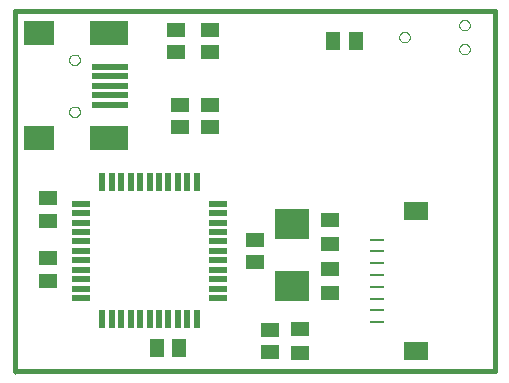
<source format=gtp>
G75*
%MOIN*%
%OFA0B0*%
%FSLAX25Y25*%
%IPPOS*%
%LPD*%
%AMOC8*
5,1,8,0,0,1.08239X$1,22.5*
%
%ADD10C,0.00000*%
%ADD11C,0.01600*%
%ADD12R,0.06299X0.05118*%
%ADD13R,0.05118X0.06299*%
%ADD14R,0.01969X0.05906*%
%ADD15R,0.05906X0.01969*%
%ADD16R,0.11811X0.09843*%
%ADD17R,0.09843X0.07874*%
%ADD18R,0.12992X0.07874*%
%ADD19R,0.12205X0.01969*%
%ADD20R,0.05906X0.05118*%
%ADD21R,0.05118X0.05906*%
%ADD22R,0.04921X0.00984*%
%ADD23R,0.08071X0.06496*%
D10*
X0004500Y0001000D02*
X0004500Y0002000D01*
X0022728Y0088339D02*
X0022730Y0088423D01*
X0022736Y0088506D01*
X0022746Y0088589D01*
X0022760Y0088672D01*
X0022777Y0088754D01*
X0022799Y0088835D01*
X0022824Y0088914D01*
X0022853Y0088993D01*
X0022886Y0089070D01*
X0022922Y0089145D01*
X0022962Y0089219D01*
X0023005Y0089291D01*
X0023052Y0089360D01*
X0023102Y0089427D01*
X0023155Y0089492D01*
X0023211Y0089554D01*
X0023269Y0089614D01*
X0023331Y0089671D01*
X0023395Y0089724D01*
X0023462Y0089775D01*
X0023531Y0089822D01*
X0023602Y0089867D01*
X0023675Y0089907D01*
X0023750Y0089944D01*
X0023827Y0089978D01*
X0023905Y0090008D01*
X0023984Y0090034D01*
X0024065Y0090057D01*
X0024147Y0090075D01*
X0024229Y0090090D01*
X0024312Y0090101D01*
X0024395Y0090108D01*
X0024479Y0090111D01*
X0024563Y0090110D01*
X0024646Y0090105D01*
X0024730Y0090096D01*
X0024812Y0090083D01*
X0024894Y0090067D01*
X0024975Y0090046D01*
X0025056Y0090022D01*
X0025134Y0089994D01*
X0025212Y0089962D01*
X0025288Y0089926D01*
X0025362Y0089887D01*
X0025434Y0089845D01*
X0025504Y0089799D01*
X0025572Y0089750D01*
X0025637Y0089698D01*
X0025700Y0089643D01*
X0025760Y0089585D01*
X0025818Y0089524D01*
X0025872Y0089460D01*
X0025924Y0089394D01*
X0025972Y0089326D01*
X0026017Y0089255D01*
X0026058Y0089182D01*
X0026097Y0089108D01*
X0026131Y0089032D01*
X0026162Y0088954D01*
X0026189Y0088875D01*
X0026213Y0088794D01*
X0026232Y0088713D01*
X0026248Y0088631D01*
X0026260Y0088548D01*
X0026268Y0088464D01*
X0026272Y0088381D01*
X0026272Y0088297D01*
X0026268Y0088214D01*
X0026260Y0088130D01*
X0026248Y0088047D01*
X0026232Y0087965D01*
X0026213Y0087884D01*
X0026189Y0087803D01*
X0026162Y0087724D01*
X0026131Y0087646D01*
X0026097Y0087570D01*
X0026058Y0087496D01*
X0026017Y0087423D01*
X0025972Y0087352D01*
X0025924Y0087284D01*
X0025872Y0087218D01*
X0025818Y0087154D01*
X0025760Y0087093D01*
X0025700Y0087035D01*
X0025637Y0086980D01*
X0025572Y0086928D01*
X0025504Y0086879D01*
X0025434Y0086833D01*
X0025362Y0086791D01*
X0025288Y0086752D01*
X0025212Y0086716D01*
X0025134Y0086684D01*
X0025056Y0086656D01*
X0024975Y0086632D01*
X0024894Y0086611D01*
X0024812Y0086595D01*
X0024730Y0086582D01*
X0024646Y0086573D01*
X0024563Y0086568D01*
X0024479Y0086567D01*
X0024395Y0086570D01*
X0024312Y0086577D01*
X0024229Y0086588D01*
X0024147Y0086603D01*
X0024065Y0086621D01*
X0023984Y0086644D01*
X0023905Y0086670D01*
X0023827Y0086700D01*
X0023750Y0086734D01*
X0023675Y0086771D01*
X0023602Y0086811D01*
X0023531Y0086856D01*
X0023462Y0086903D01*
X0023395Y0086954D01*
X0023331Y0087007D01*
X0023269Y0087064D01*
X0023211Y0087124D01*
X0023155Y0087186D01*
X0023102Y0087251D01*
X0023052Y0087318D01*
X0023005Y0087387D01*
X0022962Y0087459D01*
X0022922Y0087533D01*
X0022886Y0087608D01*
X0022853Y0087685D01*
X0022824Y0087764D01*
X0022799Y0087843D01*
X0022777Y0087924D01*
X0022760Y0088006D01*
X0022746Y0088089D01*
X0022736Y0088172D01*
X0022730Y0088255D01*
X0022728Y0088339D01*
X0022728Y0105661D02*
X0022730Y0105745D01*
X0022736Y0105828D01*
X0022746Y0105911D01*
X0022760Y0105994D01*
X0022777Y0106076D01*
X0022799Y0106157D01*
X0022824Y0106236D01*
X0022853Y0106315D01*
X0022886Y0106392D01*
X0022922Y0106467D01*
X0022962Y0106541D01*
X0023005Y0106613D01*
X0023052Y0106682D01*
X0023102Y0106749D01*
X0023155Y0106814D01*
X0023211Y0106876D01*
X0023269Y0106936D01*
X0023331Y0106993D01*
X0023395Y0107046D01*
X0023462Y0107097D01*
X0023531Y0107144D01*
X0023602Y0107189D01*
X0023675Y0107229D01*
X0023750Y0107266D01*
X0023827Y0107300D01*
X0023905Y0107330D01*
X0023984Y0107356D01*
X0024065Y0107379D01*
X0024147Y0107397D01*
X0024229Y0107412D01*
X0024312Y0107423D01*
X0024395Y0107430D01*
X0024479Y0107433D01*
X0024563Y0107432D01*
X0024646Y0107427D01*
X0024730Y0107418D01*
X0024812Y0107405D01*
X0024894Y0107389D01*
X0024975Y0107368D01*
X0025056Y0107344D01*
X0025134Y0107316D01*
X0025212Y0107284D01*
X0025288Y0107248D01*
X0025362Y0107209D01*
X0025434Y0107167D01*
X0025504Y0107121D01*
X0025572Y0107072D01*
X0025637Y0107020D01*
X0025700Y0106965D01*
X0025760Y0106907D01*
X0025818Y0106846D01*
X0025872Y0106782D01*
X0025924Y0106716D01*
X0025972Y0106648D01*
X0026017Y0106577D01*
X0026058Y0106504D01*
X0026097Y0106430D01*
X0026131Y0106354D01*
X0026162Y0106276D01*
X0026189Y0106197D01*
X0026213Y0106116D01*
X0026232Y0106035D01*
X0026248Y0105953D01*
X0026260Y0105870D01*
X0026268Y0105786D01*
X0026272Y0105703D01*
X0026272Y0105619D01*
X0026268Y0105536D01*
X0026260Y0105452D01*
X0026248Y0105369D01*
X0026232Y0105287D01*
X0026213Y0105206D01*
X0026189Y0105125D01*
X0026162Y0105046D01*
X0026131Y0104968D01*
X0026097Y0104892D01*
X0026058Y0104818D01*
X0026017Y0104745D01*
X0025972Y0104674D01*
X0025924Y0104606D01*
X0025872Y0104540D01*
X0025818Y0104476D01*
X0025760Y0104415D01*
X0025700Y0104357D01*
X0025637Y0104302D01*
X0025572Y0104250D01*
X0025504Y0104201D01*
X0025434Y0104155D01*
X0025362Y0104113D01*
X0025288Y0104074D01*
X0025212Y0104038D01*
X0025134Y0104006D01*
X0025056Y0103978D01*
X0024975Y0103954D01*
X0024894Y0103933D01*
X0024812Y0103917D01*
X0024730Y0103904D01*
X0024646Y0103895D01*
X0024563Y0103890D01*
X0024479Y0103889D01*
X0024395Y0103892D01*
X0024312Y0103899D01*
X0024229Y0103910D01*
X0024147Y0103925D01*
X0024065Y0103943D01*
X0023984Y0103966D01*
X0023905Y0103992D01*
X0023827Y0104022D01*
X0023750Y0104056D01*
X0023675Y0104093D01*
X0023602Y0104133D01*
X0023531Y0104178D01*
X0023462Y0104225D01*
X0023395Y0104276D01*
X0023331Y0104329D01*
X0023269Y0104386D01*
X0023211Y0104446D01*
X0023155Y0104508D01*
X0023102Y0104573D01*
X0023052Y0104640D01*
X0023005Y0104709D01*
X0022962Y0104781D01*
X0022922Y0104855D01*
X0022886Y0104930D01*
X0022853Y0105007D01*
X0022824Y0105086D01*
X0022799Y0105165D01*
X0022777Y0105246D01*
X0022760Y0105328D01*
X0022746Y0105411D01*
X0022736Y0105494D01*
X0022730Y0105577D01*
X0022728Y0105661D01*
X0132750Y0113250D02*
X0132752Y0113333D01*
X0132758Y0113416D01*
X0132768Y0113499D01*
X0132782Y0113581D01*
X0132799Y0113663D01*
X0132821Y0113743D01*
X0132846Y0113822D01*
X0132875Y0113900D01*
X0132908Y0113977D01*
X0132945Y0114052D01*
X0132984Y0114125D01*
X0133028Y0114196D01*
X0133074Y0114265D01*
X0133124Y0114332D01*
X0133177Y0114396D01*
X0133233Y0114458D01*
X0133292Y0114517D01*
X0133354Y0114573D01*
X0133418Y0114626D01*
X0133485Y0114676D01*
X0133554Y0114722D01*
X0133625Y0114766D01*
X0133698Y0114805D01*
X0133773Y0114842D01*
X0133850Y0114875D01*
X0133928Y0114904D01*
X0134007Y0114929D01*
X0134087Y0114951D01*
X0134169Y0114968D01*
X0134251Y0114982D01*
X0134334Y0114992D01*
X0134417Y0114998D01*
X0134500Y0115000D01*
X0134583Y0114998D01*
X0134666Y0114992D01*
X0134749Y0114982D01*
X0134831Y0114968D01*
X0134913Y0114951D01*
X0134993Y0114929D01*
X0135072Y0114904D01*
X0135150Y0114875D01*
X0135227Y0114842D01*
X0135302Y0114805D01*
X0135375Y0114766D01*
X0135446Y0114722D01*
X0135515Y0114676D01*
X0135582Y0114626D01*
X0135646Y0114573D01*
X0135708Y0114517D01*
X0135767Y0114458D01*
X0135823Y0114396D01*
X0135876Y0114332D01*
X0135926Y0114265D01*
X0135972Y0114196D01*
X0136016Y0114125D01*
X0136055Y0114052D01*
X0136092Y0113977D01*
X0136125Y0113900D01*
X0136154Y0113822D01*
X0136179Y0113743D01*
X0136201Y0113663D01*
X0136218Y0113581D01*
X0136232Y0113499D01*
X0136242Y0113416D01*
X0136248Y0113333D01*
X0136250Y0113250D01*
X0136248Y0113167D01*
X0136242Y0113084D01*
X0136232Y0113001D01*
X0136218Y0112919D01*
X0136201Y0112837D01*
X0136179Y0112757D01*
X0136154Y0112678D01*
X0136125Y0112600D01*
X0136092Y0112523D01*
X0136055Y0112448D01*
X0136016Y0112375D01*
X0135972Y0112304D01*
X0135926Y0112235D01*
X0135876Y0112168D01*
X0135823Y0112104D01*
X0135767Y0112042D01*
X0135708Y0111983D01*
X0135646Y0111927D01*
X0135582Y0111874D01*
X0135515Y0111824D01*
X0135446Y0111778D01*
X0135375Y0111734D01*
X0135302Y0111695D01*
X0135227Y0111658D01*
X0135150Y0111625D01*
X0135072Y0111596D01*
X0134993Y0111571D01*
X0134913Y0111549D01*
X0134831Y0111532D01*
X0134749Y0111518D01*
X0134666Y0111508D01*
X0134583Y0111502D01*
X0134500Y0111500D01*
X0134417Y0111502D01*
X0134334Y0111508D01*
X0134251Y0111518D01*
X0134169Y0111532D01*
X0134087Y0111549D01*
X0134007Y0111571D01*
X0133928Y0111596D01*
X0133850Y0111625D01*
X0133773Y0111658D01*
X0133698Y0111695D01*
X0133625Y0111734D01*
X0133554Y0111778D01*
X0133485Y0111824D01*
X0133418Y0111874D01*
X0133354Y0111927D01*
X0133292Y0111983D01*
X0133233Y0112042D01*
X0133177Y0112104D01*
X0133124Y0112168D01*
X0133074Y0112235D01*
X0133028Y0112304D01*
X0132984Y0112375D01*
X0132945Y0112448D01*
X0132908Y0112523D01*
X0132875Y0112600D01*
X0132846Y0112678D01*
X0132821Y0112757D01*
X0132799Y0112837D01*
X0132782Y0112919D01*
X0132768Y0113001D01*
X0132758Y0113084D01*
X0132752Y0113167D01*
X0132750Y0113250D01*
X0152750Y0109250D02*
X0152752Y0109333D01*
X0152758Y0109416D01*
X0152768Y0109499D01*
X0152782Y0109581D01*
X0152799Y0109663D01*
X0152821Y0109743D01*
X0152846Y0109822D01*
X0152875Y0109900D01*
X0152908Y0109977D01*
X0152945Y0110052D01*
X0152984Y0110125D01*
X0153028Y0110196D01*
X0153074Y0110265D01*
X0153124Y0110332D01*
X0153177Y0110396D01*
X0153233Y0110458D01*
X0153292Y0110517D01*
X0153354Y0110573D01*
X0153418Y0110626D01*
X0153485Y0110676D01*
X0153554Y0110722D01*
X0153625Y0110766D01*
X0153698Y0110805D01*
X0153773Y0110842D01*
X0153850Y0110875D01*
X0153928Y0110904D01*
X0154007Y0110929D01*
X0154087Y0110951D01*
X0154169Y0110968D01*
X0154251Y0110982D01*
X0154334Y0110992D01*
X0154417Y0110998D01*
X0154500Y0111000D01*
X0154583Y0110998D01*
X0154666Y0110992D01*
X0154749Y0110982D01*
X0154831Y0110968D01*
X0154913Y0110951D01*
X0154993Y0110929D01*
X0155072Y0110904D01*
X0155150Y0110875D01*
X0155227Y0110842D01*
X0155302Y0110805D01*
X0155375Y0110766D01*
X0155446Y0110722D01*
X0155515Y0110676D01*
X0155582Y0110626D01*
X0155646Y0110573D01*
X0155708Y0110517D01*
X0155767Y0110458D01*
X0155823Y0110396D01*
X0155876Y0110332D01*
X0155926Y0110265D01*
X0155972Y0110196D01*
X0156016Y0110125D01*
X0156055Y0110052D01*
X0156092Y0109977D01*
X0156125Y0109900D01*
X0156154Y0109822D01*
X0156179Y0109743D01*
X0156201Y0109663D01*
X0156218Y0109581D01*
X0156232Y0109499D01*
X0156242Y0109416D01*
X0156248Y0109333D01*
X0156250Y0109250D01*
X0156248Y0109167D01*
X0156242Y0109084D01*
X0156232Y0109001D01*
X0156218Y0108919D01*
X0156201Y0108837D01*
X0156179Y0108757D01*
X0156154Y0108678D01*
X0156125Y0108600D01*
X0156092Y0108523D01*
X0156055Y0108448D01*
X0156016Y0108375D01*
X0155972Y0108304D01*
X0155926Y0108235D01*
X0155876Y0108168D01*
X0155823Y0108104D01*
X0155767Y0108042D01*
X0155708Y0107983D01*
X0155646Y0107927D01*
X0155582Y0107874D01*
X0155515Y0107824D01*
X0155446Y0107778D01*
X0155375Y0107734D01*
X0155302Y0107695D01*
X0155227Y0107658D01*
X0155150Y0107625D01*
X0155072Y0107596D01*
X0154993Y0107571D01*
X0154913Y0107549D01*
X0154831Y0107532D01*
X0154749Y0107518D01*
X0154666Y0107508D01*
X0154583Y0107502D01*
X0154500Y0107500D01*
X0154417Y0107502D01*
X0154334Y0107508D01*
X0154251Y0107518D01*
X0154169Y0107532D01*
X0154087Y0107549D01*
X0154007Y0107571D01*
X0153928Y0107596D01*
X0153850Y0107625D01*
X0153773Y0107658D01*
X0153698Y0107695D01*
X0153625Y0107734D01*
X0153554Y0107778D01*
X0153485Y0107824D01*
X0153418Y0107874D01*
X0153354Y0107927D01*
X0153292Y0107983D01*
X0153233Y0108042D01*
X0153177Y0108104D01*
X0153124Y0108168D01*
X0153074Y0108235D01*
X0153028Y0108304D01*
X0152984Y0108375D01*
X0152945Y0108448D01*
X0152908Y0108523D01*
X0152875Y0108600D01*
X0152846Y0108678D01*
X0152821Y0108757D01*
X0152799Y0108837D01*
X0152782Y0108919D01*
X0152768Y0109001D01*
X0152758Y0109084D01*
X0152752Y0109167D01*
X0152750Y0109250D01*
X0152750Y0117250D02*
X0152752Y0117333D01*
X0152758Y0117416D01*
X0152768Y0117499D01*
X0152782Y0117581D01*
X0152799Y0117663D01*
X0152821Y0117743D01*
X0152846Y0117822D01*
X0152875Y0117900D01*
X0152908Y0117977D01*
X0152945Y0118052D01*
X0152984Y0118125D01*
X0153028Y0118196D01*
X0153074Y0118265D01*
X0153124Y0118332D01*
X0153177Y0118396D01*
X0153233Y0118458D01*
X0153292Y0118517D01*
X0153354Y0118573D01*
X0153418Y0118626D01*
X0153485Y0118676D01*
X0153554Y0118722D01*
X0153625Y0118766D01*
X0153698Y0118805D01*
X0153773Y0118842D01*
X0153850Y0118875D01*
X0153928Y0118904D01*
X0154007Y0118929D01*
X0154087Y0118951D01*
X0154169Y0118968D01*
X0154251Y0118982D01*
X0154334Y0118992D01*
X0154417Y0118998D01*
X0154500Y0119000D01*
X0154583Y0118998D01*
X0154666Y0118992D01*
X0154749Y0118982D01*
X0154831Y0118968D01*
X0154913Y0118951D01*
X0154993Y0118929D01*
X0155072Y0118904D01*
X0155150Y0118875D01*
X0155227Y0118842D01*
X0155302Y0118805D01*
X0155375Y0118766D01*
X0155446Y0118722D01*
X0155515Y0118676D01*
X0155582Y0118626D01*
X0155646Y0118573D01*
X0155708Y0118517D01*
X0155767Y0118458D01*
X0155823Y0118396D01*
X0155876Y0118332D01*
X0155926Y0118265D01*
X0155972Y0118196D01*
X0156016Y0118125D01*
X0156055Y0118052D01*
X0156092Y0117977D01*
X0156125Y0117900D01*
X0156154Y0117822D01*
X0156179Y0117743D01*
X0156201Y0117663D01*
X0156218Y0117581D01*
X0156232Y0117499D01*
X0156242Y0117416D01*
X0156248Y0117333D01*
X0156250Y0117250D01*
X0156248Y0117167D01*
X0156242Y0117084D01*
X0156232Y0117001D01*
X0156218Y0116919D01*
X0156201Y0116837D01*
X0156179Y0116757D01*
X0156154Y0116678D01*
X0156125Y0116600D01*
X0156092Y0116523D01*
X0156055Y0116448D01*
X0156016Y0116375D01*
X0155972Y0116304D01*
X0155926Y0116235D01*
X0155876Y0116168D01*
X0155823Y0116104D01*
X0155767Y0116042D01*
X0155708Y0115983D01*
X0155646Y0115927D01*
X0155582Y0115874D01*
X0155515Y0115824D01*
X0155446Y0115778D01*
X0155375Y0115734D01*
X0155302Y0115695D01*
X0155227Y0115658D01*
X0155150Y0115625D01*
X0155072Y0115596D01*
X0154993Y0115571D01*
X0154913Y0115549D01*
X0154831Y0115532D01*
X0154749Y0115518D01*
X0154666Y0115508D01*
X0154583Y0115502D01*
X0154500Y0115500D01*
X0154417Y0115502D01*
X0154334Y0115508D01*
X0154251Y0115518D01*
X0154169Y0115532D01*
X0154087Y0115549D01*
X0154007Y0115571D01*
X0153928Y0115596D01*
X0153850Y0115625D01*
X0153773Y0115658D01*
X0153698Y0115695D01*
X0153625Y0115734D01*
X0153554Y0115778D01*
X0153485Y0115824D01*
X0153418Y0115874D01*
X0153354Y0115927D01*
X0153292Y0115983D01*
X0153233Y0116042D01*
X0153177Y0116104D01*
X0153124Y0116168D01*
X0153074Y0116235D01*
X0153028Y0116304D01*
X0152984Y0116375D01*
X0152945Y0116448D01*
X0152908Y0116523D01*
X0152875Y0116600D01*
X0152846Y0116678D01*
X0152821Y0116757D01*
X0152799Y0116837D01*
X0152782Y0116919D01*
X0152768Y0117001D01*
X0152758Y0117084D01*
X0152752Y0117167D01*
X0152750Y0117250D01*
D11*
X0164500Y0122000D02*
X0164500Y0002000D01*
X0004500Y0002000D01*
X0004500Y0122000D01*
X0164500Y0122000D01*
D12*
X0069500Y0115740D03*
X0069500Y0108260D03*
X0069500Y0090740D03*
X0059500Y0090740D03*
X0059500Y0083260D03*
X0069500Y0083260D03*
X0109500Y0052187D03*
X0109500Y0044313D03*
X0109500Y0035937D03*
X0109500Y0028063D03*
X0099500Y0015937D03*
X0089500Y0015740D03*
X0089500Y0008260D03*
X0099500Y0008063D03*
X0084500Y0038260D03*
X0084500Y0045740D03*
X0015750Y0039687D03*
X0015750Y0031813D03*
X0015750Y0052010D03*
X0015750Y0059490D03*
D13*
X0052010Y0009500D03*
X0059490Y0009500D03*
D14*
X0058949Y0019165D03*
X0062098Y0019165D03*
X0065248Y0019165D03*
X0055799Y0019165D03*
X0052650Y0019165D03*
X0049500Y0019165D03*
X0046350Y0019165D03*
X0043201Y0019165D03*
X0040051Y0019165D03*
X0036902Y0019165D03*
X0033752Y0019165D03*
X0033752Y0064835D03*
X0036902Y0064835D03*
X0040051Y0064835D03*
X0043201Y0064835D03*
X0046350Y0064835D03*
X0049500Y0064835D03*
X0052650Y0064835D03*
X0055799Y0064835D03*
X0058949Y0064835D03*
X0062098Y0064835D03*
X0065248Y0064835D03*
D15*
X0072335Y0057748D03*
X0072335Y0054598D03*
X0072335Y0051449D03*
X0072335Y0048299D03*
X0072335Y0045150D03*
X0072335Y0042000D03*
X0072335Y0038850D03*
X0072335Y0035701D03*
X0072335Y0032551D03*
X0072335Y0029402D03*
X0072335Y0026252D03*
X0026665Y0026252D03*
X0026665Y0029402D03*
X0026665Y0032551D03*
X0026665Y0035701D03*
X0026665Y0038850D03*
X0026665Y0042000D03*
X0026665Y0045150D03*
X0026665Y0048299D03*
X0026665Y0051449D03*
X0026665Y0054598D03*
X0026665Y0057748D03*
D16*
X0097000Y0050848D03*
X0097000Y0030258D03*
D17*
X0012689Y0079480D03*
X0012689Y0114520D03*
D18*
X0035917Y0114520D03*
X0035917Y0079480D03*
D19*
X0036311Y0090701D03*
X0036311Y0093850D03*
X0036311Y0097000D03*
X0036311Y0100150D03*
X0036311Y0103299D03*
D20*
X0058250Y0108260D03*
X0058250Y0115740D03*
D21*
X0110760Y0112000D03*
X0118240Y0112000D03*
D22*
X0125455Y0045780D03*
X0125455Y0041843D03*
X0125455Y0037906D03*
X0125455Y0033969D03*
X0125455Y0030031D03*
X0125455Y0026094D03*
X0125455Y0022157D03*
X0125455Y0018220D03*
D23*
X0138250Y0008772D03*
X0138250Y0055228D03*
M02*

</source>
